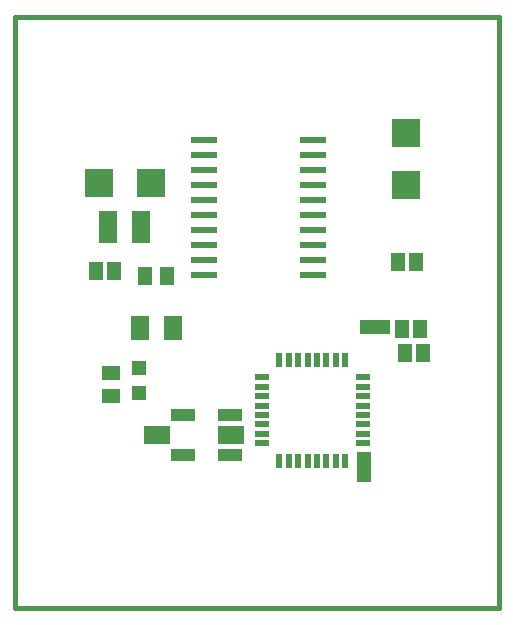
<source format=gtp>
G75*
%MOIN*%
%OFA0B0*%
%FSLAX24Y24*%
%IPPOS*%
%LPD*%
%AMOC8*
5,1,8,0,0,1.08239X$1,22.5*
%
%ADD10C,0.0160*%
%ADD11R,0.0500X0.0220*%
%ADD12R,0.0220X0.0500*%
%ADD13R,0.0472X0.0472*%
%ADD14R,0.0630X0.0787*%
%ADD15R,0.1000X0.0500*%
%ADD16R,0.0500X0.1000*%
%ADD17R,0.0866X0.0236*%
%ADD18R,0.0512X0.0591*%
%ADD19R,0.0630X0.1063*%
%ADD20R,0.0460X0.0630*%
%ADD21R,0.0787X0.0433*%
%ADD22R,0.0591X0.0512*%
%ADD23R,0.0945X0.0945*%
%ADD24R,0.0906X0.0630*%
D10*
X001046Y000180D02*
X017188Y000180D01*
X017188Y019865D01*
X001046Y019865D01*
X001046Y000180D01*
D11*
X009277Y005660D03*
X009277Y005975D03*
X009277Y006290D03*
X009277Y006605D03*
X009277Y006920D03*
X009277Y007235D03*
X009277Y007550D03*
X009277Y007865D03*
X012657Y007865D03*
X012657Y007550D03*
X012657Y007235D03*
X012657Y006920D03*
X012657Y006605D03*
X012657Y006290D03*
X012657Y005975D03*
X012657Y005660D03*
D12*
X012069Y005073D03*
X011754Y005073D03*
X011440Y005073D03*
X011125Y005073D03*
X010810Y005073D03*
X010495Y005073D03*
X010180Y005073D03*
X009865Y005073D03*
X009865Y008453D03*
X010180Y008453D03*
X010495Y008453D03*
X010810Y008453D03*
X011125Y008453D03*
X011440Y008453D03*
X011754Y008453D03*
X012069Y008453D03*
D13*
X005186Y008171D03*
X005186Y007344D03*
D14*
X005221Y009498D03*
X006323Y009498D03*
D15*
X013063Y009533D03*
D16*
X012701Y004866D03*
D17*
X010986Y011273D03*
X010986Y011773D03*
X010986Y012273D03*
X010986Y012773D03*
X010986Y013273D03*
X010986Y013773D03*
X010986Y014273D03*
X010986Y014773D03*
X010986Y015273D03*
X010986Y015773D03*
X007364Y015773D03*
X007364Y015273D03*
X007364Y014773D03*
X007364Y014273D03*
X007364Y013773D03*
X007364Y013273D03*
X007364Y012773D03*
X007364Y012273D03*
X007364Y011773D03*
X007364Y011273D03*
D18*
X006125Y011232D03*
X005377Y011232D03*
D19*
X005265Y012866D03*
X004163Y012866D03*
D20*
X004361Y011410D03*
X003761Y011410D03*
X013827Y011693D03*
X014427Y011693D03*
X014571Y009470D03*
X013971Y009470D03*
X014046Y008670D03*
X014646Y008670D03*
D21*
X008223Y006609D03*
X008223Y005271D03*
X006648Y005271D03*
X006648Y006609D03*
D22*
X004246Y007246D03*
X004246Y007994D03*
D23*
X003870Y014335D03*
X005602Y014335D03*
X014086Y014279D03*
X014086Y016011D03*
D24*
X008266Y005945D03*
X005786Y005945D03*
M02*

</source>
